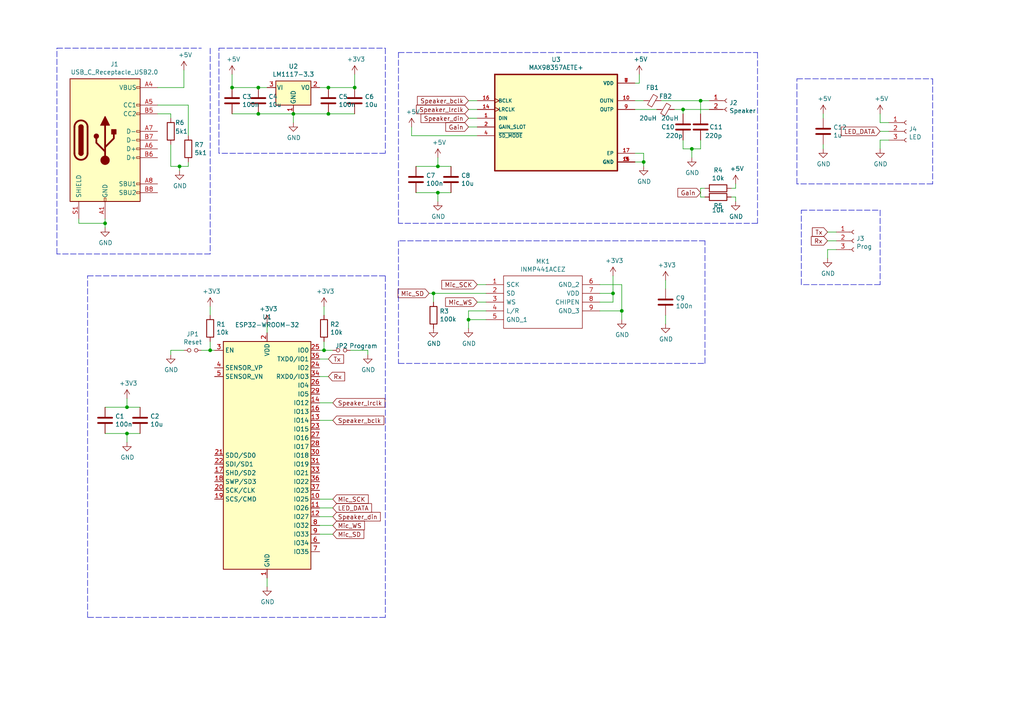
<source format=kicad_sch>
(kicad_sch (version 20211123) (generator eeschema)
  (paper "A4")
  (title_block (title "HomeAssistantSpeaker") (date "2022-12-29") (rev "B") (company "Paweł Warzecha"))
  (lib_symbols
    (symbol "Connector:Conn_01x02_Female" (pin_names (offset 1.016) hide)
      (property "Reference" "J" (at 0 2.54 0))
      (property "Value" "Conn_01x02_Female" (at 0 -5.08 0))
      (symbol "Conn_01x02_Female_1_1"
        (arc (start 0 -2.032) (mid -0.508 -2.54) (end 0 -3.048) (stroke (width 0.1524)))
        (polyline (pts (xy -1.27 -2.54) (xy -0.508 -2.54)) (stroke (width 0.1524)))
        (polyline (pts (xy -1.27 0) (xy -0.508 0)) (stroke (width 0.1524)))
        (arc (start 0 0.508) (mid -0.508 0) (end 0 -0.508) (stroke (width 0.1524)))
        (pin passive line (at -5.08 0 0) (length 3.81) (name "Pin_1") (number "1"))
        (pin passive line (at -5.08 -2.54 0) (length 3.81) (name "Pin_2") (number "2"))
      )
    )
    (symbol "Connector:Conn_01x03_Female" (pin_names (offset 1.016) hide)
      (property "Reference" "J" (at 0 5.08 0))
      (property "Value" "Conn_01x03_Female" (at 0 -5.08 0))
      (symbol "Conn_01x03_Female_1_1"
        (arc (start 0 -2.032) (mid -0.508 -2.54) (end 0 -3.048) (stroke (width 0.1524)))
        (polyline (pts (xy -1.27 -2.54) (xy -0.508 -2.54)) (stroke (width 0.1524)))
        (polyline (pts (xy -1.27 0) (xy -0.508 0)) (stroke (width 0.1524)))
        (polyline (pts (xy -1.27 2.54) (xy -0.508 2.54)) (stroke (width 0.1524)))
        (arc (start 0 0.508) (mid -0.508 0) (end 0 -0.508) (stroke (width 0.1524)))
        (arc (start 0 3.048) (mid -0.508 2.54) (end 0 2.032) (stroke (width 0.1524)))
        (pin passive line (at -5.08 2.54 0) (length 3.81) (name "Pin_1") (number "1"))
        (pin passive line (at -5.08 0 0) (length 3.81) (name "Pin_2") (number "2"))
        (pin passive line (at -5.08 -2.54 0) (length 3.81) (name "Pin_3") (number "3"))
      )
    )
    (symbol "Connector:USB_C_Receptacle_USB2.0" (pin_names (offset 1.016))
      (property "Reference" "J" (at -10.16 19.05 0))
      (property "Value" "USB_C_Receptacle_USB2.0" (at 19.05 19.05 0))
      (symbol "USB_C_Receptacle_USB2.0_0_0"
        (rectangle (start -0.254 -17.78) (end 0.254 -16.764))
        (rectangle (start 10.16 -14.986) (end 9.144 -15.494))
        (rectangle (start 10.16 -12.446) (end 9.144 -12.954))
        (rectangle (start 10.16 -4.826) (end 9.144 -5.334))
        (rectangle (start 10.16 -2.286) (end 9.144 -2.794))
        (rectangle (start 10.16 0.254) (end 9.144 -0.254))
        (rectangle (start 10.16 2.794) (end 9.144 2.286))
        (rectangle (start 10.16 7.874) (end 9.144 7.366))
        (rectangle (start 10.16 10.414) (end 9.144 9.906))
        (rectangle (start 10.16 15.494) (end 9.144 14.986))
      )
      (symbol "USB_C_Receptacle_USB2.0_0_1"
        (rectangle (start -10.16 17.78) (end 10.16 -17.78) (stroke (width 0.254)) (fill (type background)))
        (arc (start -8.89 -3.81) (mid -6.985 -5.715) (end -5.08 -3.81) (stroke (width 0.508)))
        (arc (start -7.62 -3.81) (mid -6.985 -4.445) (end -6.35 -3.81) (stroke (width 0.254)))
        (arc (start -7.62 -3.81) (mid -6.985 -4.445) (end -6.35 -3.81) (stroke (width 0.254)) (fill (type outline)))
        (rectangle (start -7.62 -3.81) (end -6.35 3.81) (stroke (width 0.254)) (fill (type outline)))
        (arc (start -6.35 3.81) (mid -6.985 4.445) (end -7.62 3.81) (stroke (width 0.254)))
        (arc (start -6.35 3.81) (mid -6.985 4.445) (end -7.62 3.81) (stroke (width 0.254)) (fill (type outline)))
        (arc (start -5.08 3.81) (mid -6.985 5.715) (end -8.89 3.81) (stroke (width 0.508)))
        (circle (center -2.54 1.143) (radius 0.635) (stroke (width 0.254)) (fill (type outline)))
        (circle (center 0 -5.842) (radius 1.27) (fill (type outline)))
        (polyline (pts (xy -8.89 -3.81) (xy -8.89 3.81)) (stroke (width 0.508)))
        (polyline (pts (xy -5.08 3.81) (xy -5.08 -3.81)) (stroke (width 0.508)))
        (polyline (pts (xy 0 -5.842) (xy 0 4.318)) (stroke (width 0.508)))
        (polyline (pts (xy 0 -3.302) (xy -2.54 -0.762) (xy -2.54 0.508)) (stroke (width 0.508)))
        (polyline (pts (xy 0 -2.032) (xy 2.54 0.508) (xy 2.54 1.778)) (stroke (width 0.508)))
        (polyline (pts (xy -1.27 4.318) (xy 0 6.858) (xy 1.27 4.318) (xy -1.27 4.318)) (stroke (width 0.254)) (fill (type outline)))
        (rectangle (start 1.905 1.778) (end 3.175 3.048) (stroke (width 0.254)) (fill (type outline)))
      )
      (symbol "USB_C_Receptacle_USB2.0_1_1"
        (pin passive line (at 0 -22.86 90) (length 5.08) (name "GND") (number "A1"))
        (pin passive line (at 0 -22.86 90) (length 5.08) hide (name "GND") (number "A12"))
        (pin passive line (at 15.24 15.24 180) (length 5.08) (name "VBUS") (number "A4"))
        (pin bidirectional line (at 15.24 10.16 180) (length 5.08) (name "CC1") (number "A5"))
        (pin bidirectional line (at 15.24 -2.54 180) (length 5.08) (name "D+") (number "A6"))
        (pin bidirectional line (at 15.24 2.54 180) (length 5.08) (name "D-") (number "A7"))
        (pin bidirectional line (at 15.24 -12.7 180) (length 5.08) (name "SBU1") (number "A8"))
        (pin passive line (at 15.24 15.24 180) (length 5.08) hide (name "VBUS") (number "A9"))
        (pin passive line (at 0 -22.86 90) (length 5.08) hide (name "GND") (number "B1"))
        (pin passive line (at 0 -22.86 90) (length 5.08) hide (name "GND") (number "B12"))
        (pin passive line (at 15.24 15.24 180) (length 5.08) hide (name "VBUS") (number "B4"))
        (pin bidirectional line (at 15.24 7.62 180) (length 5.08) (name "CC2") (number "B5"))
        (pin bidirectional line (at 15.24 -5.08 180) (length 5.08) (name "D+") (number "B6"))
        (pin bidirectional line (at 15.24 0 180) (length 5.08) (name "D-") (number "B7"))
        (pin bidirectional line (at 15.24 -15.24 180) (length 5.08) (name "SBU2") (number "B8"))
        (pin passive line (at 15.24 15.24 180) (length 5.08) hide (name "VBUS") (number "B9"))
        (pin passive line (at -7.62 -22.86 90) (length 5.08) (name "SHIELD") (number "S1"))
      )
    )
    (symbol "Device:C" (pin_numbers hide) (pin_names (offset 0.254))
      (property "Reference" "C" (at 0.635 2.54 0))
      (property "Value" "C" (at 0.635 -2.54 0))
      (symbol "C_0_1"
        (polyline (pts (xy -2.032 -0.762) (xy 2.032 -0.762)) (stroke (width 0.508)))
        (polyline (pts (xy -2.032 0.762) (xy 2.032 0.762)) (stroke (width 0.508)))
      )
      (symbol "C_1_1"
        (pin passive line (at 0 3.81 270) (length 2.794) (name "~") (number "1"))
        (pin passive line (at 0 -3.81 90) (length 2.794) (name "~") (number "2"))
      )
    )
    (symbol "Device:R" (pin_numbers hide) (pin_names (offset 0))
      (property "Reference" "R" (at 2.032 0 90))
      (property "Value" "R" (at 0 0 90))
      (symbol "R_0_1"
        (rectangle (start -1.016 -2.54) (end 1.016 2.54) (stroke (width 0.254)))
      )
      (symbol "R_1_1"
        (pin passive line (at 0 3.81 270) (length 1.27) (name "~") (number "1"))
        (pin passive line (at 0 -3.81 90) (length 1.27) (name "~") (number "2"))
      )
    )
    (symbol "HomeAssistantSpeaker-rescue:+3.3V-power" (power) (pin_names (offset 0))
      (property "Value" "+3.3V-power" (at 0 3.556 0))
      (symbol "+3.3V-power_0_1"
        (polyline (pts (xy -0.762 1.27) (xy 0 2.54)))
        (polyline (pts (xy 0 0) (xy 0 2.54)))
        (polyline (pts (xy 0 2.54) (xy 0.762 1.27)))
      )
      (symbol "+3.3V-power_1_1"
        (pin power_in line (at 0 0 90) (length 0) hide (name "+3V3") (number "1"))
      )
    )
    (symbol "HomeAssistantSpeaker-rescue:Ferrite_Bead_Small-Device" (pin_numbers hide) (pin_names (offset 0))
      (property "Reference" "FB" (at 1.905 1.27 0))
      (property "Value" "Ferrite_Bead_Small-Device" (at 1.905 -1.27 0))
      (symbol "Ferrite_Bead_Small-Device_0_1"
        (polyline (pts (xy 0 -1.27) (xy 0 -0.7874)))
        (polyline (pts (xy 0 0.889) (xy 0 1.2954)))
        (polyline (pts (xy -1.8288 0.2794) (xy -1.1176 1.4986) (xy 1.8288 -0.2032) (xy 1.1176 -1.4224) (xy -1.8288 0.2794)))
      )
      (symbol "Ferrite_Bead_Small-Device_1_1"
        (pin passive line (at 0 2.54 270) (length 1.27) (name "~") (number "1"))
        (pin passive line (at 0 -2.54 90) (length 1.27) (name "~") (number "2"))
      )
    )
    (symbol "HomeAssistantSpeaker-rescue:INMP441ACEZ-inmp441" (pin_names (offset 0.762))
      (property "Reference" "MK" (at 29.21 7.62 0))
      (property "Value" "INMP441ACEZ-inmp441" (at 29.21 5.08 0))
      (symbol "INMP441ACEZ-inmp441_0_0"
        (pin passive line (at 0 0 0) (length 5.08) (name "SCK") (number "1"))
        (pin passive line (at 0 -2.54 0) (length 5.08) (name "SD") (number "2"))
        (pin passive line (at 0 -5.08 0) (length 5.08) (name "WS") (number "3"))
        (pin passive line (at 0 -7.62 0) (length 5.08) (name "L/R") (number "4"))
        (pin passive line (at 0 -10.16 0) (length 5.08) (name "GND_1") (number "5"))
        (pin passive line (at 33.02 0 180) (length 5.08) (name "GND_2") (number "6"))
        (pin passive line (at 33.02 -2.54 180) (length 5.08) (name "VDD") (number "7"))
        (pin passive line (at 33.02 -5.08 180) (length 5.08) (name "CHIPEN") (number "8"))
        (pin passive line (at 33.02 -7.62 180) (length 5.08) (name "GND_3") (number "9"))
      )
      (symbol "INMP441ACEZ-inmp441_0_1"
        (polyline (pts (xy 5.08 2.54) (xy 27.94 2.54) (xy 27.94 -12.7) (xy 5.08 -12.7) (xy 5.08 2.54)) (stroke (width 0.1524)))
      )
    )
    (symbol "HomeAssistantSpeaker-rescue:Jumper_NO_Small-Device" (pin_numbers hide) (pin_names (offset 0.762) hide)
      (property "Reference" "JP" (at 0 2.032 0))
      (property "Value" "Jumper_NO_Small-Device" (at 0.254 -1.524 0))
      (symbol "Jumper_NO_Small-Device_0_1"
        (circle (center -1.016 0) (radius 0.508))
        (circle (center 1.016 0) (radius 0.508))
        (pin passive line (at -2.54 0 0) (length 1.016) (name "1") (number "1"))
        (pin passive line (at 2.54 0 180) (length 1.016) (name "2") (number "2"))
      )
    )
    (symbol "HomeAssistantSpeaker-rescue:MAX98357AETE+-MAX98357" (pin_names (offset 1.016))
      (property "Reference" "U" (at -17.8054 13.7414 0))
      (property "Value" "MAX98357AETE+-MAX98357" (at -17.8054 -19.2786 0))
      (symbol "MAX98357AETE+-MAX98357_0_0"
        (rectangle (start -17.78 -15.24) (end 17.78 12.7) (stroke (width 0.4064)) (fill (type background)))
        (pin input line (at -22.86 0 0) (length 5.08) (name "DIN") (number "1"))
        (pin output line (at 22.86 5.08 180) (length 5.08) (name "OUTN") (number "10"))
        (pin power_in line (at 22.86 -12.7 180) (length 5.08) (name "GND") (number "11"))
        (pin input clock (at -22.86 2.54 0) (length 5.08) (name "LRCLK") (number "14"))
        (pin power_in line (at 22.86 -12.7 180) (length 5.08) (name "GND") (number "15"))
        (pin input clock (at -22.86 5.08 0) (length 5.08) (name "BCLK") (number "16"))
        (pin power_in line (at 22.86 -10.16 180) (length 5.08) (name "EP") (number "17"))
        (pin input line (at -22.86 -2.54 0) (length 5.08) (name "GAIN_SLOT") (number "2"))
        (pin power_in line (at 22.86 -12.7 180) (length 5.08) (name "GND") (number "3"))
        (pin input line (at -22.86 -5.08 0) (length 5.08) (name "~{SD_MODE}") (number "4"))
        (pin power_in line (at 22.86 10.16 180) (length 5.08) (name "VDD") (number "7"))
        (pin power_in line (at 22.86 10.16 180) (length 5.08) (name "VDD") (number "8"))
        (pin output line (at 22.86 2.54 180) (length 5.08) (name "OUTP") (number "9"))
      )
    )
    (symbol "RF_Module:ESP32-WROOM-32"
      (property "Reference" "U" (at -12.7 34.29 0))
      (property "Value" "ESP32-WROOM-32" (at 1.27 34.29 0))
      (symbol "ESP32-WROOM-32_0_1"
        (rectangle (start -12.7 33.02) (end 12.7 -33.02) (stroke (width 0.254)) (fill (type background)))
      )
      (symbol "ESP32-WROOM-32_1_1"
        (pin power_in line (at 0 -35.56 90) (length 2.54) (name "GND") (number "1"))
        (pin bidirectional line (at 15.24 -12.7 180) (length 2.54) (name "IO25") (number "10"))
        (pin bidirectional line (at 15.24 -15.24 180) (length 2.54) (name "IO26") (number "11"))
        (pin bidirectional line (at 15.24 -17.78 180) (length 2.54) (name "IO27") (number "12"))
        (pin bidirectional line (at 15.24 10.16 180) (length 2.54) (name "IO14") (number "13"))
        (pin bidirectional line (at 15.24 15.24 180) (length 2.54) (name "IO12") (number "14"))
        (pin passive line (at 0 -35.56 90) (length 2.54) hide (name "GND") (number "15"))
        (pin bidirectional line (at 15.24 12.7 180) (length 2.54) (name "IO13") (number "16"))
        (pin bidirectional line (at -15.24 -5.08 0) (length 2.54) (name "SHD/SD2") (number "17"))
        (pin bidirectional line (at -15.24 -7.62 0) (length 2.54) (name "SWP/SD3") (number "18"))
        (pin bidirectional line (at -15.24 -12.7 0) (length 2.54) (name "SCS/CMD") (number "19"))
        (pin power_in line (at 0 35.56 270) (length 2.54) (name "VDD") (number "2"))
        (pin bidirectional line (at -15.24 -10.16 0) (length 2.54) (name "SCK/CLK") (number "20"))
        (pin bidirectional line (at -15.24 0 0) (length 2.54) (name "SDO/SD0") (number "21"))
        (pin bidirectional line (at -15.24 -2.54 0) (length 2.54) (name "SDI/SD1") (number "22"))
        (pin bidirectional line (at 15.24 7.62 180) (length 2.54) (name "IO15") (number "23"))
        (pin bidirectional line (at 15.24 25.4 180) (length 2.54) (name "IO2") (number "24"))
        (pin bidirectional line (at 15.24 30.48 180) (length 2.54) (name "IO0") (number "25"))
        (pin bidirectional line (at 15.24 20.32 180) (length 2.54) (name "IO4") (number "26"))
        (pin bidirectional line (at 15.24 5.08 180) (length 2.54) (name "IO16") (number "27"))
        (pin bidirectional line (at 15.24 2.54 180) (length 2.54) (name "IO17") (number "28"))
        (pin bidirectional line (at 15.24 17.78 180) (length 2.54) (name "IO5") (number "29"))
        (pin input line (at -15.24 30.48 0) (length 2.54) (name "EN") (number "3"))
        (pin bidirectional line (at 15.24 0 180) (length 2.54) (name "IO18") (number "30"))
        (pin bidirectional line (at 15.24 -2.54 180) (length 2.54) (name "IO19") (number "31"))
        (pin no_connect line (at -12.7 -27.94 0) (length 2.54) hide (name "NC") (number "32"))
        (pin bidirectional line (at 15.24 -5.08 180) (length 2.54) (name "IO21") (number "33"))
        (pin bidirectional line (at 15.24 22.86 180) (length 2.54) (name "RXD0/IO3") (number "34"))
        (pin bidirectional line (at 15.24 27.94 180) (length 2.54) (name "TXD0/IO1") (number "35"))
        (pin bidirectional line (at 15.24 -7.62 180) (length 2.54) (name "IO22") (number "36"))
        (pin bidirectional line (at 15.24 -10.16 180) (length 2.54) (name "IO23") (number "37"))
        (pin passive line (at 0 -35.56 90) (length 2.54) hide (name "GND") (number "38"))
        (pin passive line (at 0 -35.56 90) (length 2.54) hide (name "GND") (number "39"))
        (pin input line (at -15.24 25.4 0) (length 2.54) (name "SENSOR_VP") (number "4"))
        (pin input line (at -15.24 22.86 0) (length 2.54) (name "SENSOR_VN") (number "5"))
        (pin input line (at 15.24 -25.4 180) (length 2.54) (name "IO34") (number "6"))
        (pin input line (at 15.24 -27.94 180) (length 2.54) (name "IO35") (number "7"))
        (pin bidirectional line (at 15.24 -20.32 180) (length 2.54) (name "IO32") (number "8"))
        (pin bidirectional line (at 15.24 -22.86 180) (length 2.54) (name "IO33") (number "9"))
      )
    )
    (symbol "Regulator_Linear:LM1117-3.3" (pin_names (offset 0.254))
      (property "Reference" "U" (at -3.81 3.175 0))
      (property "Value" "LM1117-3.3" (at 0 3.175 0))
      (symbol "LM1117-3.3_0_1"
        (rectangle (start -5.08 -5.08) (end 5.08 1.905) (stroke (width 0.254)) (fill (type background)))
      )
      (symbol "LM1117-3.3_1_1"
        (pin power_in line (at 0 -7.62 90) (length 2.54) (name "GND") (number "1"))
        (pin power_out line (at 7.62 0 180) (length 2.54) (name "VO") (number "2"))
        (pin power_in line (at -7.62 0 0) (length 2.54) (name "VI") (number "3"))
      )
    )
    (symbol "power:+5V" (power) (pin_names (offset 0))
      (property "Value" "+5V" (at 0 3.556 0))
      (symbol "+5V_0_1"
        (polyline (pts (xy -0.762 1.27) (xy 0 2.54)))
        (polyline (pts (xy 0 0) (xy 0 2.54)))
        (polyline (pts (xy 0 2.54) (xy 0.762 1.27)))
      )
      (symbol "+5V_1_1"
        (pin power_in line (at 0 0 90) (length 0) hide (name "+5V") (number "1"))
      )
    )
    (symbol "power:GND" (power) (pin_names (offset 0))
      (property "Value" "GND" (at 0 -3.81 0))
      (symbol "GND_0_1"
        (polyline (pts (xy 0 0) (xy 0 -1.27) (xy 1.27 -1.27) (xy 0 -2.54) (xy -1.27 -1.27) (xy 0 -1.27)))
      )
      (symbol "GND_1_1"
        (pin power_in line (at 0 0 270) (length 0) hide (name "GND") (number "1"))
      )
    )
  )
  (junction (at 74.93 25.4))
  (junction (at 200.66 43.18))
  (junction (at 186.69 46.99))
  (junction (at 135.89 92.71))
  (junction (at 125.73 85.09))
  (junction (at 180.34 90.17))
  (junction (at 95.25 33.02))
  (junction (at 177.8 85.09))
  (junction (at 36.83 125.73))
  (junction (at 85.09 33.02))
  (junction (at 95.25 25.4))
  (junction (at 60.96 101.6))
  (junction (at 36.83 118.11))
  (junction (at 30.48 64.77))
  (junction (at 102.87 25.4))
  (junction (at 52.07 48.26))
  (junction (at 127 55.88))
  (junction (at 67.31 25.4))
  (junction (at 127 48.26))
  (junction (at 74.93 33.02))
  (junction (at 203.2 29.21))
  (junction (at 93.98 101.6))
  (junction (at 198.12 31.75))
  (wire (pts (xy 203.2 54.61) (xy 204.47 54.61)))
  (wire (pts (xy 198.12 40.64) (xy 198.12 43.18)))
  (wire (pts (xy 124.46 85.09) (xy 125.73 85.09)))
  (wire (pts (xy 184.15 24.13) (xy 185.42 24.13)))
  (wire (pts (xy 36.83 118.11) (xy 36.83 115.57)))
  (wire (pts (xy 257.81 35.56) (xy 255.27 35.56)))
  (wire (pts (xy 193.04 83.82) (xy 193.04 81.28)))
  (wire (pts (xy 213.36 54.61) (xy 213.36 53.34)))
  (wire (pts (xy 255.27 38.1) (xy 257.81 38.1)))
  (polyline (pts (xy 231.14 22.86) (xy 270.51 22.86)))
  (wire (pts (xy 96.52 152.4) (xy 92.71 152.4)))
  (polyline (pts (xy 232.41 60.96) (xy 255.27 60.96)))
  (wire (pts (xy 74.93 25.4) (xy 77.47 25.4)))
  (wire (pts (xy 138.43 31.75) (xy 135.89 31.75)))
  (wire (pts (xy 186.69 29.21) (xy 184.15 29.21)))
  (wire (pts (xy 180.34 82.55) (xy 180.34 90.17)))
  (wire (pts (xy 30.48 125.73) (xy 36.83 125.73)))
  (wire (pts (xy 96.52 154.94) (xy 92.71 154.94)))
  (polyline (pts (xy 219.71 64.77) (xy 115.57 64.77)))
  (polyline (pts (xy 25.4 80.01) (xy 111.76 80.01)))
  (wire (pts (xy 92.71 101.6) (xy 93.98 101.6)))
  (wire (pts (xy 53.34 25.4) (xy 53.34 20.32)))
  (wire (pts (xy 36.83 125.73) (xy 40.64 125.73)))
  (wire (pts (xy 92.71 147.32) (xy 96.52 147.32)))
  (wire (pts (xy 77.47 167.64) (xy 77.47 170.18)))
  (wire (pts (xy 54.61 30.48) (xy 54.61 39.37)))
  (wire (pts (xy 184.15 46.99) (xy 186.69 46.99)))
  (wire (pts (xy 125.73 85.09) (xy 140.97 85.09)))
  (polyline (pts (xy 16.51 73.66) (xy 16.51 13.97)))
  (wire (pts (xy 119.38 36.83) (xy 119.38 39.37)))
  (wire (pts (xy 195.58 31.75) (xy 198.12 31.75)))
  (polyline (pts (xy 115.57 64.77) (xy 115.57 15.24)))
  (wire (pts (xy 49.53 33.02) (xy 49.53 34.29)))
  (wire (pts (xy 96.52 149.86) (xy 92.71 149.86)))
  (wire (pts (xy 93.98 101.6) (xy 96.52 101.6)))
  (wire (pts (xy 255.27 40.64) (xy 255.27 43.18)))
  (wire (pts (xy 238.76 33.02) (xy 238.76 34.29)))
  (wire (pts (xy 198.12 31.75) (xy 198.12 33.02)))
  (wire (pts (xy 125.73 87.63) (xy 125.73 85.09)))
  (wire (pts (xy 120.65 48.26) (xy 127 48.26)))
  (wire (pts (xy 54.61 46.99) (xy 54.61 48.26)))
  (wire (pts (xy 92.71 104.14) (xy 95.25 104.14)))
  (wire (pts (xy 62.23 101.6) (xy 60.96 101.6)))
  (wire (pts (xy 92.71 25.4) (xy 95.25 25.4)))
  (wire (pts (xy 36.83 118.11) (xy 40.64 118.11)))
  (polyline (pts (xy 270.51 53.34) (xy 231.14 53.34)))
  (wire (pts (xy 240.03 72.39) (xy 242.57 72.39)))
  (wire (pts (xy 138.43 82.55) (xy 140.97 82.55)))
  (wire (pts (xy 212.09 57.15) (xy 213.36 57.15)))
  (wire (pts (xy 52.07 48.26) (xy 52.07 49.53)))
  (polyline (pts (xy 204.47 69.85) (xy 115.57 69.85)))
  (wire (pts (xy 135.89 29.21) (xy 138.43 29.21)))
  (wire (pts (xy 135.89 92.71) (xy 135.89 95.25)))
  (wire (pts (xy 173.99 82.55) (xy 180.34 82.55)))
  (wire (pts (xy 238.76 43.18) (xy 238.76 41.91)))
  (wire (pts (xy 135.89 34.29) (xy 138.43 34.29)))
  (wire (pts (xy 45.72 33.02) (xy 49.53 33.02)))
  (wire (pts (xy 93.98 91.44) (xy 93.98 88.9)))
  (wire (pts (xy 255.27 35.56) (xy 255.27 33.02)))
  (polyline (pts (xy 63.5 13.97) (xy 111.76 13.97)))
  (wire (pts (xy 177.8 85.09) (xy 173.99 85.09)))
  (polyline (pts (xy 111.76 44.45) (xy 63.5 44.45)))
  (wire (pts (xy 203.2 54.61) (xy 203.2 57.15)))
  (wire (pts (xy 60.96 91.44) (xy 60.96 88.9)))
  (wire (pts (xy 203.2 29.21) (xy 205.74 29.21)))
  (wire (pts (xy 186.69 46.99) (xy 186.69 48.26)))
  (wire (pts (xy 45.72 30.48) (xy 54.61 30.48)))
  (polyline (pts (xy 255.27 82.55) (xy 232.41 82.55)))
  (polyline (pts (xy 232.41 82.55) (xy 232.41 60.96)))
  (wire (pts (xy 102.87 33.02) (xy 95.25 33.02)))
  (wire (pts (xy 127 55.88) (xy 127 58.42)))
  (wire (pts (xy 96.52 116.84) (xy 92.71 116.84)))
  (wire (pts (xy 120.65 55.88) (xy 127 55.88)))
  (wire (pts (xy 200.66 43.18) (xy 200.66 45.72)))
  (wire (pts (xy 49.53 102.87) (xy 49.53 101.6)))
  (wire (pts (xy 184.15 31.75) (xy 190.5 31.75)))
  (wire (pts (xy 67.31 33.02) (xy 74.93 33.02)))
  (polyline (pts (xy 115.57 15.24) (xy 219.71 15.24)))
  (wire (pts (xy 180.34 90.17) (xy 173.99 90.17)))
  (wire (pts (xy 198.12 43.18) (xy 200.66 43.18)))
  (polyline (pts (xy 60.96 73.66) (xy 16.51 73.66)))
  (wire (pts (xy 49.53 48.26) (xy 52.07 48.26)))
  (wire (pts (xy 95.25 109.22) (xy 92.71 109.22)))
  (polyline (pts (xy 255.27 60.96) (xy 255.27 82.55)))
  (wire (pts (xy 52.07 48.26) (xy 54.61 48.26)))
  (polyline (pts (xy 63.5 44.45) (xy 63.5 13.97)))
  (wire (pts (xy 184.15 44.45) (xy 186.69 44.45)))
  (wire (pts (xy 193.04 91.44) (xy 193.04 93.98)))
  (polyline (pts (xy 111.76 13.97) (xy 111.76 44.45)))
  (wire (pts (xy 140.97 90.17) (xy 135.89 90.17)))
  (wire (pts (xy 257.81 40.64) (xy 255.27 40.64)))
  (polyline (pts (xy 16.51 13.97) (xy 58.42 13.97)))
  (polyline (pts (xy 204.47 105.41) (xy 204.47 69.85)))
  (wire (pts (xy 22.86 64.77) (xy 30.48 64.77)))
  (wire (pts (xy 127 55.88) (xy 130.81 55.88)))
  (polyline (pts (xy 25.4 179.07) (xy 25.4 80.01)))
  (wire (pts (xy 240.03 67.31) (xy 242.57 67.31)))
  (wire (pts (xy 240.03 69.85) (xy 242.57 69.85)))
  (wire (pts (xy 49.53 41.91) (xy 49.53 48.26)))
  (wire (pts (xy 53.34 101.6) (xy 49.53 101.6)))
  (wire (pts (xy 119.38 39.37) (xy 138.43 39.37)))
  (polyline (pts (xy 60.96 13.97) (xy 60.96 73.66)))
  (wire (pts (xy 30.48 64.77) (xy 30.48 66.04)))
  (wire (pts (xy 185.42 24.13) (xy 185.42 21.59)))
  (wire (pts (xy 60.96 99.06) (xy 60.96 101.6)))
  (wire (pts (xy 240.03 74.93) (xy 240.03 72.39)))
  (wire (pts (xy 101.6 101.6) (xy 106.68 101.6)))
  (polyline (pts (xy 219.71 15.24) (xy 219.71 64.77)))
  (wire (pts (xy 77.47 96.52) (xy 77.47 93.98)))
  (wire (pts (xy 127 48.26) (xy 127 45.72)))
  (polyline (pts (xy 111.76 179.07) (xy 25.4 179.07)))
  (wire (pts (xy 180.34 90.17) (xy 180.34 92.71)))
  (wire (pts (xy 127 48.26) (xy 130.81 48.26)))
  (wire (pts (xy 140.97 92.71) (xy 135.89 92.71)))
  (wire (pts (xy 203.2 33.02) (xy 203.2 29.21)))
  (wire (pts (xy 138.43 36.83) (xy 135.89 36.83)))
  (wire (pts (xy 96.52 144.78) (xy 92.71 144.78)))
  (wire (pts (xy 212.09 54.61) (xy 213.36 54.61)))
  (wire (pts (xy 67.31 25.4) (xy 67.31 21.59)))
  (wire (pts (xy 30.48 118.11) (xy 36.83 118.11)))
  (wire (pts (xy 186.69 44.45) (xy 186.69 46.99)))
  (wire (pts (xy 177.8 87.63) (xy 177.8 85.09)))
  (wire (pts (xy 93.98 99.06) (xy 93.98 101.6)))
  (wire (pts (xy 85.09 33.02) (xy 85.09 35.56)))
  (wire (pts (xy 74.93 33.02) (xy 85.09 33.02)))
  (wire (pts (xy 198.12 31.75) (xy 205.74 31.75)))
  (wire (pts (xy 30.48 63.5) (xy 30.48 64.77)))
  (wire (pts (xy 45.72 25.4) (xy 53.34 25.4)))
  (wire (pts (xy 60.96 101.6) (xy 58.42 101.6)))
  (wire (pts (xy 135.89 90.17) (xy 135.89 92.71)))
  (wire (pts (xy 92.71 121.92) (xy 96.52 121.92)))
  (wire (pts (xy 36.83 125.73) (xy 36.83 128.27)))
  (wire (pts (xy 191.77 29.21) (xy 203.2 29.21)))
  (wire (pts (xy 102.87 25.4) (xy 102.87 21.59)))
  (wire (pts (xy 95.25 25.4) (xy 102.87 25.4)))
  (wire (pts (xy 74.93 25.4) (xy 67.31 25.4)))
  (wire (pts (xy 203.2 57.15) (xy 204.47 57.15)))
  (wire (pts (xy 106.68 101.6) (xy 106.68 102.87)))
  (wire (pts (xy 138.43 87.63) (xy 140.97 87.63)))
  (wire (pts (xy 22.86 63.5) (xy 22.86 64.77)))
  (wire (pts (xy 203.2 43.18) (xy 203.2 40.64)))
  (wire (pts (xy 213.36 57.15) (xy 213.36 58.42)))
  (wire (pts (xy 200.66 43.18) (xy 203.2 43.18)))
  (polyline (pts (xy 115.57 69.85) (xy 115.57 105.41)))
  (polyline (pts (xy 270.51 22.86) (xy 270.51 53.34)))
  (polyline (pts (xy 115.57 105.41) (xy 204.47 105.41)))
  (wire (pts (xy 173.99 87.63) (xy 177.8 87.63)))
  (polyline (pts (xy 231.14 53.34) (xy 231.14 22.86)))
  (polyline (pts (xy 111.76 80.01) (xy 111.76 179.07)))
  (wire (pts (xy 95.25 33.02) (xy 85.09 33.02)))
  (wire (pts (xy 177.8 85.09) (xy 177.8 80.01)))
  (global_label "Speaker_bclk" (shape input) (at 135.89 29.21 180) (property "Intersheet References" "${INTERSHEET_REFS}" (effects hide)))
  (global_label "Speaker_lrclk" (shape input) (at 135.89 31.75 180) (property "Intersheet References" "${INTERSHEET_REFS}" (effects hide)))
  (global_label "Gain" (shape input) (at 203.2 55.88 180) (property "Intersheet References" "${INTERSHEET_REFS}" (effects hide)))
  (global_label "Tx" (shape input) (at 240.03 67.31 180) (property "Intersheet References" "${INTERSHEET_REFS}" (effects hide)))
  (global_label "Tx" (shape input) (at 95.25 104.14 0) (property "Intersheet References" "${INTERSHEET_REFS}" (effects hide)))
  (global_label "LED_DATA" (shape input) (at 96.52 147.32 0) (property "Intersheet References" "${INTERSHEET_REFS}" (effects hide)))
  (global_label "Mic_SCK" (shape input) (at 96.52 144.78 0) (property "Intersheet References" "${INTERSHEET_REFS}" (effects hide)))
  (global_label "Speaker_lrclk" (shape input) (at 96.52 116.84 0) (property "Intersheet References" "${INTERSHEET_REFS}" (effects hide)))
  (global_label "Speaker_bclk" (shape input) (at 96.52 121.92 0) (property "Intersheet References" "${INTERSHEET_REFS}" (effects hide)))
  (global_label "Mic_WS" (shape input) (at 138.43 87.63 180) (property "Intersheet References" "${INTERSHEET_REFS}" (effects hide)))
  (global_label "Mic_SCK" (shape input) (at 138.43 82.55 180) (property "Intersheet References" "${INTERSHEET_REFS}" (effects hide)))
  (global_label "Rx" (shape input) (at 240.03 69.85 180) (property "Intersheet References" "${INTERSHEET_REFS}" (effects hide)))
  (global_label "LED_DATA" (shape input) (at 255.27 38.1 180) (property "Intersheet References" "${INTERSHEET_REFS}" (effects hide)))
  (global_label "Speaker_din" (shape input) (at 135.89 34.29 180) (property "Intersheet References" "${INTERSHEET_REFS}" (effects hide)))
  (global_label "Mic_SD" (shape input) (at 124.46 85.09 180) (property "Intersheet References" "${INTERSHEET_REFS}" (effects hide)))
  (global_label "Speaker_din" (shape input) (at 96.52 149.86 0) (property "Intersheet References" "${INTERSHEET_REFS}" (effects hide)))
  (global_label "Mic_WS" (shape input) (at 96.52 152.4 0) (property "Intersheet References" "${INTERSHEET_REFS}" (effects hide)))
  (global_label "Mic_SD" (shape input) (at 96.52 154.94 0) (property "Intersheet References" "${INTERSHEET_REFS}" (effects hide)))
  (global_label "Rx" (shape input) (at 95.25 109.22 0) (property "Intersheet References" "${INTERSHEET_REFS}" (effects hide)))
  (global_label "Gain" (shape input) (at 135.89 36.83 180) (property "Intersheet References" "${INTERSHEET_REFS}" (effects hide)))
  (symbol (lib_id "HomeAssistantSpeaker-rescue:MAX98357AETE+-MAX98357") (at 161.29 34.29 0) (unit 1)
    (property "Reference" "U3" (at 161.29 17.272 0))
    (property "Value" "MAX98357AETE+" (at 161.29 19.5834 0))
    (property "Footprint" "Package_DFN_QFN:TQFN-16-1EP_3x3mm_P0.5mm_EP1.6x1.6mm" (effects hide))
    (property "DESCRIPTION" "Audio Amp Speaker 1-CH Mono Class-D 16-Pin TQFN EP" (effects hide))
    (property "STANDARD" "IPC7351B" (effects hide))
    (property "PRICE" "None" (effects hide))
    (property "PACKAGE" "TQFN-16 Maxim Integrated" (effects hide))
    (property "MP" "MAX98357AETE+" (effects hide))
    (property "MANUFACTURER" "Maxim Integrated" (effects hide))
  )
  (symbol (lib_id "HomeAssistantSpeaker-rescue:INMP441ACEZ-inmp441") (at 140.97 82.55 0) (unit 1)
    (property "Reference" "MK1" (at 157.48 75.819 0))
    (property "Value" "INMP441ACEZ" (at 157.48 78.1304 0))
    (property "Footprint" "INMP441:INMP441ACEZ" (effects hide))
    (property "Datasheet" "https://componentsearchengine.com/Datasheets/2/INMP441ACEZ.pdf" (effects hide))
    (property "Description" "INVENSENSE - INMP441ACEZ - Audio Control, 1.8V to 3.3V, Serial, LGA, 9 Pins, -40 C" (effects hide))
    (property "Height" "1.05" (effects hide))
    (property "Manufacturer_Name" "TDK" (effects hide))
    (property "Manufacturer_Part_Number" "INMP441ACEZ" (effects hide))
  )
  (symbol (lib_id "Connector:Conn_01x02_Female") (at 210.82 29.21 0) (unit 1)
    (property "Reference" "J2" (at 211.5312 29.8196 0) (effects (justify left)))
    (property "Value" "Speaker" (at 211.5312 32.131 0) (effects (justify left)))
    (property "Footprint" "Connector_PinHeader_2.54mm:PinHeader_1x02_P2.54mm_Vertical" (effects hide))
  )
  (symbol (lib_id "Connector:USB_C_Receptacle_USB2.0") (at 30.48 40.64 0) (unit 1)
    (property "Reference" "J1" (at 33.1978 18.6182 0))
    (property "Value" "USB_C_Receptacle_USB2.0" (at 33.1978 20.9296 0))
    (property "Footprint" "USB-C:TYPE-C-31-M-17_handsolder" (effects hide))
    (property "Datasheet" "https://www.usb.org/sites/default/files/documents/usb_type-c.zip" (effects hide))
  )
  (symbol (lib_id "power:+5V") (at 53.34 20.32 0) (unit 1)
    (property "Reference" "#PWR0101" (effects hide))
    (property "Value" "+5V" (at 53.721 15.9258 0))
  )
  (symbol (lib_id "power:GND") (at 30.48 66.04 0) (unit 1)
    (property "Reference" "#PWR0102" (effects hide))
    (property "Value" "GND" (at 30.607 70.4342 0))
  )
  (symbol (lib_id "RF_Module:ESP32-WROOM-32") (at 77.47 132.08 0) (unit 1)
    (property "Reference" "U1" (at 77.47 91.9226 0))
    (property "Value" "ESP32-WROOM-32" (at 77.47 94.234 0))
    (property "Footprint" "RF_Module:ESP32-WROOM-32" (effects hide))
    (property "Datasheet" "https://www.espressif.com/sites/default/files/documentation/esp32-wroom-32_datasheet_en.pdf" (effects hide))
  )
  (symbol (lib_id "Regulator_Linear:LM1117-3.3") (at 85.09 25.4 0) (unit 1)
    (property "Reference" "U2" (at 85.09 19.2532 0))
    (property "Value" "LM1117-3.3" (at 85.09 21.5646 0))
    (property "Footprint" "Package_TO_SOT_SMD:SOT-223-3_TabPin2" (effects hide))
    (property "Datasheet" "http://www.ti.com/lit/ds/symlink/lm1117.pdf" (effects hide))
  )
  (symbol (lib_id "Connector:Conn_01x03_Female") (at 262.89 38.1 0) (unit 1)
    (property "Reference" "J4" (at 263.6012 37.4396 0) (effects (justify left)))
    (property "Value" "LED" (at 263.6012 39.751 0) (effects (justify left)))
    (property "Footprint" "Connector_Harwin:Harwin_M20-89003xx_1x03_P2.54mm_Horizontal" (effects hide))
  )
  (symbol (lib_id "power:+5V") (at 255.27 33.02 0) (unit 1)
    (property "Reference" "#PWR0103" (effects hide))
    (property "Value" "+5V" (at 255.651 28.6258 0))
  )
  (symbol (lib_id "power:GND") (at 255.27 43.18 0) (unit 1)
    (property "Reference" "#PWR0104" (effects hide))
    (property "Value" "GND" (at 255.397 47.5742 0))
  )
  (symbol (lib_id "power:+5V") (at 67.31 21.59 0) (unit 1)
    (property "Reference" "#PWR0105" (effects hide))
    (property "Value" "+5V" (at 67.691 17.1958 0))
  )
  (symbol (lib_id "HomeAssistantSpeaker-rescue:+3.3V-power") (at 102.87 21.59 0) (unit 1)
    (property "Reference" "#PWR0106" (effects hide))
    (property "Value" "+3.3V" (at 103.251 17.1958 0))
  )
  (symbol (lib_id "power:GND") (at 85.09 35.56 0) (unit 1)
    (property "Reference" "#PWR0107" (effects hide))
    (property "Value" "GND" (at 85.217 39.9542 0))
  )
  (symbol (lib_id "HomeAssistantSpeaker-rescue:Jumper_NO_Small-Device") (at 55.88 101.6 0) (unit 1)
    (property "Reference" "JP1" (at 55.88 96.901 0))
    (property "Value" "Reset" (at 55.88 99.2124 0))
    (property "Footprint" "Jumper:SolderJumper-2_P1.3mm_Open_RoundedPad1.0x1.5mm" (effects hide))
  )
  (symbol (lib_id "HomeAssistantSpeaker-rescue:Jumper_NO_Small-Device") (at 99.06 101.6 0) (unit 1)
    (property "Reference" "JP2" (at 99.06 100.33 0))
    (property "Value" "Program" (at 105.41 100.33 0))
    (property "Footprint" "Jumper:SolderJumper-2_P1.3mm_Open_RoundedPad1.0x1.5mm" (effects hide))
  )
  (symbol (lib_id "Device:R") (at 60.96 95.25 0) (unit 1)
    (property "Reference" "R1" (at 62.738 94.0816 0) (effects (justify left)))
    (property "Value" "10k" (at 62.738 96.393 0) (effects (justify left)))
    (property "Footprint" "Resistor_SMD:R_0805_2012Metric" (effects hide))
  )
  (symbol (lib_id "HomeAssistantSpeaker-rescue:+3.3V-power") (at 60.96 88.9 0) (unit 1)
    (property "Reference" "#PWR0108" (effects hide))
    (property "Value" "+3.3V" (at 61.341 84.5058 0))
  )
  (symbol (lib_id "power:GND") (at 106.68 102.87 0) (unit 1)
    (property "Reference" "#PWR0109" (effects hide))
    (property "Value" "GND" (at 106.807 107.2642 0))
  )
  (symbol (lib_id "Connector:Conn_01x03_Female") (at 247.65 69.85 0) (unit 1)
    (property "Reference" "J3" (at 248.3612 69.1896 0) (effects (justify left)))
    (property "Value" "Prog" (at 248.3612 71.501 0) (effects (justify left)))
    (property "Footprint" "Connector_Harwin:Harwin_M20-89003xx_1x03_P2.54mm_Horizontal" (effects hide))
  )
  (symbol (lib_id "power:GND") (at 240.03 74.93 0) (unit 1)
    (property "Reference" "#PWR0110" (effects hide))
    (property "Value" "GND" (at 240.157 79.3242 0))
  )
  (symbol (lib_id "Device:R") (at 93.98 95.25 0) (unit 1)
    (property "Reference" "R2" (at 95.758 94.0816 0) (effects (justify left)))
    (property "Value" "10k" (at 95.758 96.393 0) (effects (justify left)))
    (property "Footprint" "Resistor_SMD:R_0805_2012Metric" (effects hide))
  )
  (symbol (lib_id "HomeAssistantSpeaker-rescue:+3.3V-power") (at 93.98 88.9 0) (unit 1)
    (property "Reference" "#PWR0111" (effects hide))
    (property "Value" "+3.3V" (at 94.361 84.5058 0))
  )
  (symbol (lib_id "power:GND") (at 49.53 102.87 0) (unit 1)
    (property "Reference" "#PWR0112" (effects hide))
    (property "Value" "GND" (at 49.657 107.2642 0))
  )
  (symbol (lib_id "Device:C") (at 238.76 38.1 0) (unit 1)
    (property "Reference" "C12" (at 241.681 36.9316 0) (effects (justify left)))
    (property "Value" "1u" (at 241.681 39.243 0) (effects (justify left)))
    (property "Footprint" "Capacitor_SMD:C_0805_2012Metric" (effects hide))
  )
  (symbol (lib_id "power:+5V") (at 238.76 33.02 0) (unit 1)
    (property "Reference" "#PWR0113" (effects hide))
    (property "Value" "+5V" (at 239.141 28.6258 0))
  )
  (symbol (lib_id "power:GND") (at 238.76 43.18 0) (unit 1)
    (property "Reference" "#PWR0114" (effects hide))
    (property "Value" "GND" (at 238.887 47.5742 0))
  )
  (symbol (lib_id "Device:C") (at 74.93 29.21 0) (unit 1)
    (property "Reference" "C4" (at 77.851 28.0416 0) (effects (justify left)))
    (property "Value" "10u" (at 77.851 30.353 0) (effects (justify left)))
    (property "Footprint" "Capacitor_SMD:C_0805_2012Metric" (effects hide))
  )
  (symbol (lib_id "Device:C") (at 67.31 29.21 0) (unit 1)
    (property "Reference" "C3" (at 70.231 28.0416 0) (effects (justify left)))
    (property "Value" "100n" (at 70.231 30.353 0) (effects (justify left)))
    (property "Footprint" "Capacitor_SMD:C_0805_2012Metric" (effects hide))
  )
  (symbol (lib_id "Device:C") (at 95.25 29.21 0) (unit 1)
    (property "Reference" "C5" (at 98.171 28.0416 0) (effects (justify left)))
    (property "Value" "100n" (at 98.171 30.353 0) (effects (justify left)))
    (property "Footprint" "Capacitor_SMD:C_0805_2012Metric" (effects hide))
  )
  (symbol (lib_id "Device:C") (at 102.87 29.21 0) (unit 1)
    (property "Reference" "C6" (at 105.791 28.0416 0) (effects (justify left)))
    (property "Value" "10u" (at 105.791 30.353 0) (effects (justify left)))
    (property "Footprint" "Capacitor_SMD:C_0805_2012Metric" (effects hide))
  )
  (symbol (lib_id "HomeAssistantSpeaker-rescue:+3.3V-power") (at 77.47 93.98 0) (unit 1)
    (property "Reference" "#PWR0115" (effects hide))
    (property "Value" "+3.3V" (at 77.851 89.5858 0))
  )
  (symbol (lib_id "Device:C") (at 30.48 121.92 0) (unit 1)
    (property "Reference" "C1" (at 33.401 120.7516 0) (effects (justify left)))
    (property "Value" "100n" (at 33.401 123.063 0) (effects (justify left)))
    (property "Footprint" "Capacitor_SMD:C_0805_2012Metric" (effects hide))
  )
  (symbol (lib_id "Device:C") (at 40.64 121.92 0) (unit 1)
    (property "Reference" "C2" (at 43.561 120.7516 0) (effects (justify left)))
    (property "Value" "10u" (at 43.561 123.063 0) (effects (justify left)))
    (property "Footprint" "Capacitor_SMD:C_0805_2012Metric" (effects hide))
  )
  (symbol (lib_id "HomeAssistantSpeaker-rescue:+3.3V-power") (at 36.83 115.57 0) (unit 1)
    (property "Reference" "#PWR0128" (effects hide))
    (property "Value" "+3.3V" (at 37.211 111.1758 0))
  )
  (symbol (lib_id "power:GND") (at 36.83 128.27 0) (unit 1)
    (property "Reference" "#PWR0127" (effects hide))
    (property "Value" "GND" (at 36.957 132.6642 0))
  )
  (symbol (lib_id "power:GND") (at 77.47 170.18 0) (unit 1)
    (property "Reference" "#PWR0116" (effects hide))
    (property "Value" "GND" (at 77.597 174.5742 0))
  )
  (symbol (lib_id "HomeAssistantSpeaker-rescue:Ferrite_Bead_Small-Device") (at 189.23 29.21 270) (unit 1)
    (property "Reference" "FB1" (at 189.23 25.4 90))
    (property "Value" "20uH" (at 187.96 34.29 90))
    (property "Footprint" "Inductor_SMD:L_0805_2012Metric" (effects hide))
  )
  (symbol (lib_id "HomeAssistantSpeaker-rescue:Ferrite_Bead_Small-Device") (at 193.04 31.75 270) (unit 1)
    (property "Reference" "FB2" (at 193.04 27.94 90))
    (property "Value" "20uH" (at 194.31 34.29 90))
    (property "Footprint" "Inductor_SMD:L_0805_2012Metric" (effects hide))
  )
  (symbol (lib_id "Device:C") (at 203.2 36.83 0) (unit 1)
    (property "Reference" "C11" (at 205.74 36.83 0) (effects (justify left)))
    (property "Value" "220p" (at 204.47 39.37 0) (effects (justify left)))
    (property "Footprint" "Capacitor_SMD:C_0805_2012Metric" (effects hide))
  )
  (symbol (lib_id "Device:C") (at 198.12 36.83 0) (unit 1)
    (property "Reference" "C10" (at 191.77 36.83 0) (effects (justify left)))
    (property "Value" "220p" (at 193.04 39.37 0) (effects (justify left)))
    (property "Footprint" "Capacitor_SMD:C_0805_2012Metric" (effects hide))
  )
  (symbol (lib_id "power:GND") (at 200.66 45.72 0) (unit 1)
    (property "Reference" "#PWR0117" (effects hide))
    (property "Value" "GND" (at 200.787 50.1142 0))
  )
  (symbol (lib_id "power:GND") (at 186.69 48.26 0) (unit 1)
    (property "Reference" "#PWR0118" (effects hide))
    (property "Value" "GND" (at 186.817 52.6542 0))
  )
  (symbol (lib_id "power:+5V") (at 185.42 21.59 0) (unit 1)
    (property "Reference" "#PWR0119" (effects hide))
    (property "Value" "+5V" (at 185.801 17.1958 0))
  )
  (symbol (lib_id "power:+5V") (at 119.38 36.83 0) (unit 1)
    (property "Reference" "#PWR0120" (effects hide))
    (property "Value" "+5V" (at 119.761 32.4358 0))
  )
  (symbol (lib_id "Device:C") (at 120.65 52.07 0) (unit 1)
    (property "Reference" "C7" (at 123.571 50.9016 0) (effects (justify left)))
    (property "Value" "100n" (at 123.571 53.213 0) (effects (justify left)))
    (property "Footprint" "Capacitor_SMD:C_0805_2012Metric" (effects hide))
  )
  (symbol (lib_id "Device:C") (at 130.81 52.07 0) (unit 1)
    (property "Reference" "C8" (at 133.731 50.9016 0) (effects (justify left)))
    (property "Value" "10u" (at 133.731 53.213 0) (effects (justify left)))
    (property "Footprint" "Capacitor_SMD:C_0805_2012Metric" (effects hide))
  )
  (symbol (lib_id "power:GND") (at 127 58.42 0) (unit 1)
    (property "Reference" "#PWR0121" (effects hide))
    (property "Value" "GND" (at 127.127 62.8142 0))
  )
  (symbol (lib_id "power:+5V") (at 127 45.72 0) (unit 1)
    (property "Reference" "#PWR0122" (effects hide))
    (property "Value" "+5V" (at 127.381 41.3258 0))
  )
  (symbol (lib_id "power:GND") (at 135.89 95.25 0) (unit 1)
    (property "Reference" "#PWR0123" (effects hide))
    (property "Value" "GND" (at 136.017 99.6442 0))
  )
  (symbol (lib_id "Device:R") (at 125.73 91.44 0) (unit 1)
    (property "Reference" "R3" (at 127.508 90.2716 0) (effects (justify left)))
    (property "Value" "100k" (at 127.508 92.583 0) (effects (justify left)))
    (property "Footprint" "Resistor_SMD:R_0603_1608Metric" (effects hide))
  )
  (symbol (lib_id "power:GND") (at 125.73 95.25 0) (unit 1)
    (property "Reference" "#PWR0124" (effects hide))
    (property "Value" "GND" (at 125.857 99.6442 0))
  )
  (symbol (lib_id "HomeAssistantSpeaker-rescue:+3.3V-power") (at 177.8 80.01 0) (unit 1)
    (property "Reference" "#PWR0125" (effects hide))
    (property "Value" "+3.3V" (at 178.181 75.6158 0))
  )
  (symbol (lib_id "power:GND") (at 180.34 92.71 0) (unit 1)
    (property "Reference" "#PWR0126" (effects hide))
    (property "Value" "GND" (at 180.467 97.1042 0))
  )
  (symbol (lib_id "power:GND") (at 193.04 93.98 0) (unit 1)
    (property "Reference" "#PWR0130" (effects hide))
    (property "Value" "GND" (at 193.167 98.3742 0))
  )
  (symbol (lib_id "HomeAssistantSpeaker-rescue:+3.3V-power") (at 193.04 81.28 0) (unit 1)
    (property "Reference" "#PWR0129" (effects hide))
    (property "Value" "+3.3V" (at 193.421 76.8858 0))
  )
  (symbol (lib_id "Device:C") (at 193.04 87.63 0) (unit 1)
    (property "Reference" "C9" (at 195.961 86.4616 0) (effects (justify left)))
    (property "Value" "100n" (at 195.961 88.773 0) (effects (justify left)))
    (property "Footprint" "Capacitor_SMD:C_0603_1608Metric" (effects hide))
  )
  (symbol (lib_id "Device:R") (at 208.28 54.61 270) (unit 1)
    (property "Reference" "R4" (at 208.28 49.3522 90))
    (property "Value" "10k" (at 208.28 51.6636 90))
    (property "Footprint" "Resistor_SMD:R_0805_2012Metric" (effects hide))
  )
  (symbol (lib_id "Device:R") (at 208.28 57.15 270) (unit 1)
    (property "Reference" "R5" (at 208.28 59.69 90))
    (property "Value" "10k" (at 208.28 60.96 90))
    (property "Footprint" "Resistor_SMD:R_0805_2012Metric" (effects hide))
  )
  (symbol (lib_id "power:+5V") (at 213.36 53.34 0) (unit 1)
    (property "Reference" "#PWR0131" (effects hide))
    (property "Value" "+5V" (at 213.741 48.9458 0))
  )
  (symbol (lib_id "power:GND") (at 213.36 58.42 0) (unit 1)
    (property "Reference" "#PWR0132" (effects hide))
    (property "Value" "GND" (at 213.487 62.8142 0))
  )
  (symbol (lib_id "Device:R") (at 54.61 43.18 0) (unit 1)
    (property "Reference" "R7" (at 56.388 42.0116 0) (effects (justify left)))
    (property "Value" "5k1" (at 56.388 44.323 0) (effects (justify left)))
    (property "Footprint" "Resistor_SMD:R_0805_2012Metric" (effects hide))
  )
  (symbol (lib_id "Device:R") (at 49.53 38.1 0) (unit 1)
    (property "Reference" "R6" (at 50.8 35.56 0) (effects (justify left)))
    (property "Value" "5k1" (at 50.8 38.1 0) (effects (justify left)))
    (property "Footprint" "Resistor_SMD:R_0805_2012Metric" (effects hide))
  )
  (symbol (lib_id "power:GND") (at 52.07 49.53 0) (unit 1)
    (property "Reference" "#PWR01" (effects hide))
    (property "Value" "GND" (at 52.197 53.9242 0))
  )
)
</source>
